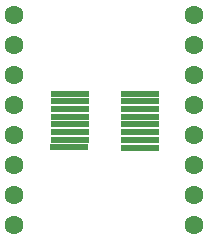
<source format=gbs>
G75*
G70*
%OFA0B0*%
%FSLAX24Y24*%
%IPPOS*%
%LPD*%
%AMOC8*
5,1,8,0,0,1.08239X$1,22.5*
%
%ADD10R,0.1261X0.0218*%
%ADD11C,0.0630*%
D10*
X006644Y006830D03*
X006644Y006574D03*
X006644Y006318D03*
X006644Y006062D03*
X006644Y005806D03*
X006644Y005550D03*
X006644Y005294D03*
X006644Y005038D03*
X004293Y005042D03*
X004302Y005294D03*
X004302Y005550D03*
X004302Y005806D03*
X004302Y006062D03*
X004302Y006318D03*
X004302Y006574D03*
X004302Y006830D03*
D11*
X002461Y002461D03*
X002461Y003461D03*
X002461Y004461D03*
X002461Y005461D03*
X002461Y006461D03*
X002461Y007461D03*
X002461Y008461D03*
X002461Y009461D03*
X008461Y009461D03*
X008461Y008461D03*
X008461Y007461D03*
X008461Y006461D03*
X008461Y005461D03*
X008461Y004461D03*
X008461Y003461D03*
X008461Y002461D03*
M02*

</source>
